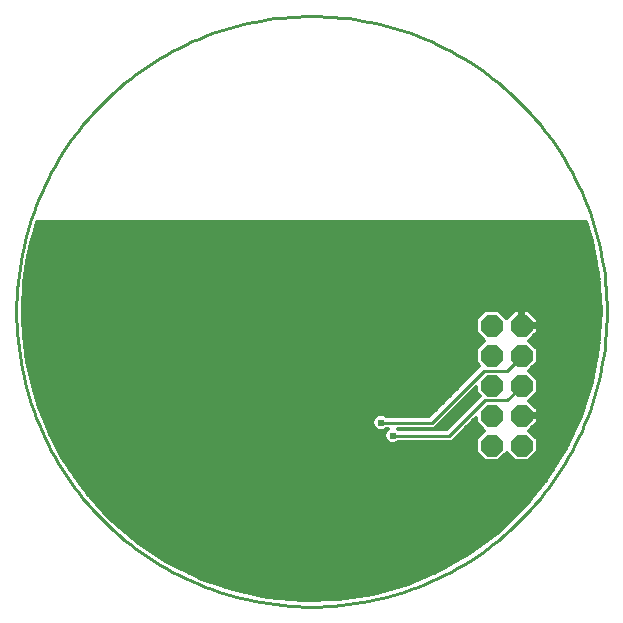
<source format=gbl>
G75*
%MOIN*%
%OFA0B0*%
%FSLAX25Y25*%
%IPPOS*%
%LPD*%
%AMOC8*
5,1,8,0,0,1.08239X$1,22.5*
%
%ADD10C,0.01000*%
%ADD11OC8,0.07400*%
%ADD12C,0.01181*%
%ADD13C,0.02381*%
D10*
X0001500Y0099916D02*
X0001530Y0102331D01*
X0001619Y0104745D01*
X0001767Y0107156D01*
X0001974Y0109562D01*
X0002240Y0111963D01*
X0002565Y0114357D01*
X0002949Y0116741D01*
X0003391Y0119116D01*
X0003891Y0121479D01*
X0004449Y0123829D01*
X0005065Y0126165D01*
X0005738Y0128485D01*
X0006467Y0130787D01*
X0007253Y0133071D01*
X0008095Y0135335D01*
X0008991Y0137578D01*
X0009943Y0139798D01*
X0010949Y0141994D01*
X0012008Y0144165D01*
X0013121Y0146309D01*
X0014286Y0148425D01*
X0015502Y0150512D01*
X0016769Y0152568D01*
X0018086Y0154593D01*
X0019453Y0156585D01*
X0020868Y0158542D01*
X0022330Y0160465D01*
X0023839Y0162350D01*
X0025395Y0164199D01*
X0026995Y0166008D01*
X0028638Y0167778D01*
X0030325Y0169507D01*
X0032054Y0171194D01*
X0033824Y0172837D01*
X0035633Y0174437D01*
X0037482Y0175993D01*
X0039367Y0177502D01*
X0041290Y0178964D01*
X0043247Y0180379D01*
X0045239Y0181746D01*
X0047264Y0183063D01*
X0049320Y0184330D01*
X0051407Y0185546D01*
X0053523Y0186711D01*
X0055667Y0187824D01*
X0057838Y0188883D01*
X0060034Y0189889D01*
X0062254Y0190841D01*
X0064497Y0191737D01*
X0066761Y0192579D01*
X0069045Y0193365D01*
X0071347Y0194094D01*
X0073667Y0194767D01*
X0076003Y0195383D01*
X0078353Y0195941D01*
X0080716Y0196441D01*
X0083091Y0196883D01*
X0085475Y0197267D01*
X0087869Y0197592D01*
X0090270Y0197858D01*
X0092676Y0198065D01*
X0095087Y0198213D01*
X0097501Y0198302D01*
X0099916Y0198332D01*
X0102331Y0198302D01*
X0104745Y0198213D01*
X0107156Y0198065D01*
X0109562Y0197858D01*
X0111963Y0197592D01*
X0114357Y0197267D01*
X0116741Y0196883D01*
X0119116Y0196441D01*
X0121479Y0195941D01*
X0123829Y0195383D01*
X0126165Y0194767D01*
X0128485Y0194094D01*
X0130787Y0193365D01*
X0133071Y0192579D01*
X0135335Y0191737D01*
X0137578Y0190841D01*
X0139798Y0189889D01*
X0141994Y0188883D01*
X0144165Y0187824D01*
X0146309Y0186711D01*
X0148425Y0185546D01*
X0150512Y0184330D01*
X0152568Y0183063D01*
X0154593Y0181746D01*
X0156585Y0180379D01*
X0158542Y0178964D01*
X0160465Y0177502D01*
X0162350Y0175993D01*
X0164199Y0174437D01*
X0166008Y0172837D01*
X0167778Y0171194D01*
X0169507Y0169507D01*
X0171194Y0167778D01*
X0172837Y0166008D01*
X0174437Y0164199D01*
X0175993Y0162350D01*
X0177502Y0160465D01*
X0178964Y0158542D01*
X0180379Y0156585D01*
X0181746Y0154593D01*
X0183063Y0152568D01*
X0184330Y0150512D01*
X0185546Y0148425D01*
X0186711Y0146309D01*
X0187824Y0144165D01*
X0188883Y0141994D01*
X0189889Y0139798D01*
X0190841Y0137578D01*
X0191737Y0135335D01*
X0192579Y0133071D01*
X0193365Y0130787D01*
X0194094Y0128485D01*
X0194767Y0126165D01*
X0195383Y0123829D01*
X0195941Y0121479D01*
X0196441Y0119116D01*
X0196883Y0116741D01*
X0197267Y0114357D01*
X0197592Y0111963D01*
X0197858Y0109562D01*
X0198065Y0107156D01*
X0198213Y0104745D01*
X0198302Y0102331D01*
X0198332Y0099916D01*
X0198302Y0097501D01*
X0198213Y0095087D01*
X0198065Y0092676D01*
X0197858Y0090270D01*
X0197592Y0087869D01*
X0197267Y0085475D01*
X0196883Y0083091D01*
X0196441Y0080716D01*
X0195941Y0078353D01*
X0195383Y0076003D01*
X0194767Y0073667D01*
X0194094Y0071347D01*
X0193365Y0069045D01*
X0192579Y0066761D01*
X0191737Y0064497D01*
X0190841Y0062254D01*
X0189889Y0060034D01*
X0188883Y0057838D01*
X0187824Y0055667D01*
X0186711Y0053523D01*
X0185546Y0051407D01*
X0184330Y0049320D01*
X0183063Y0047264D01*
X0181746Y0045239D01*
X0180379Y0043247D01*
X0178964Y0041290D01*
X0177502Y0039367D01*
X0175993Y0037482D01*
X0174437Y0035633D01*
X0172837Y0033824D01*
X0171194Y0032054D01*
X0169507Y0030325D01*
X0167778Y0028638D01*
X0166008Y0026995D01*
X0164199Y0025395D01*
X0162350Y0023839D01*
X0160465Y0022330D01*
X0158542Y0020868D01*
X0156585Y0019453D01*
X0154593Y0018086D01*
X0152568Y0016769D01*
X0150512Y0015502D01*
X0148425Y0014286D01*
X0146309Y0013121D01*
X0144165Y0012008D01*
X0141994Y0010949D01*
X0139798Y0009943D01*
X0137578Y0008991D01*
X0135335Y0008095D01*
X0133071Y0007253D01*
X0130787Y0006467D01*
X0128485Y0005738D01*
X0126165Y0005065D01*
X0123829Y0004449D01*
X0121479Y0003891D01*
X0119116Y0003391D01*
X0116741Y0002949D01*
X0114357Y0002565D01*
X0111963Y0002240D01*
X0109562Y0001974D01*
X0107156Y0001767D01*
X0104745Y0001619D01*
X0102331Y0001530D01*
X0099916Y0001500D01*
X0097501Y0001530D01*
X0095087Y0001619D01*
X0092676Y0001767D01*
X0090270Y0001974D01*
X0087869Y0002240D01*
X0085475Y0002565D01*
X0083091Y0002949D01*
X0080716Y0003391D01*
X0078353Y0003891D01*
X0076003Y0004449D01*
X0073667Y0005065D01*
X0071347Y0005738D01*
X0069045Y0006467D01*
X0066761Y0007253D01*
X0064497Y0008095D01*
X0062254Y0008991D01*
X0060034Y0009943D01*
X0057838Y0010949D01*
X0055667Y0012008D01*
X0053523Y0013121D01*
X0051407Y0014286D01*
X0049320Y0015502D01*
X0047264Y0016769D01*
X0045239Y0018086D01*
X0043247Y0019453D01*
X0041290Y0020868D01*
X0039367Y0022330D01*
X0037482Y0023839D01*
X0035633Y0025395D01*
X0033824Y0026995D01*
X0032054Y0028638D01*
X0030325Y0030325D01*
X0028638Y0032054D01*
X0026995Y0033824D01*
X0025395Y0035633D01*
X0023839Y0037482D01*
X0022330Y0039367D01*
X0020868Y0041290D01*
X0019453Y0043247D01*
X0018086Y0045239D01*
X0016769Y0047264D01*
X0015502Y0049320D01*
X0014286Y0051407D01*
X0013121Y0053523D01*
X0012008Y0055667D01*
X0010949Y0057838D01*
X0009943Y0060034D01*
X0008991Y0062254D01*
X0008095Y0064497D01*
X0007253Y0066761D01*
X0006467Y0069045D01*
X0005738Y0071347D01*
X0005065Y0073667D01*
X0004449Y0076003D01*
X0003891Y0078353D01*
X0003391Y0080716D01*
X0002949Y0083091D01*
X0002565Y0085475D01*
X0002240Y0087869D01*
X0001974Y0090270D01*
X0001767Y0092676D01*
X0001619Y0095087D01*
X0001530Y0097501D01*
X0001500Y0099916D01*
X0122991Y0062861D02*
X0139920Y0062861D01*
X0157243Y0080184D01*
X0164932Y0080184D01*
X0169936Y0085188D01*
X0169936Y0075188D02*
X0165089Y0070341D01*
X0157637Y0070341D01*
X0145826Y0058530D01*
X0126928Y0058530D01*
D11*
X0159936Y0055188D03*
X0159936Y0065188D03*
X0159936Y0075188D03*
X0159936Y0085188D03*
X0159936Y0095188D03*
X0169936Y0095188D03*
X0169936Y0085188D03*
X0169936Y0075188D03*
X0169936Y0065188D03*
X0169936Y0055188D03*
D12*
X0032487Y0031172D02*
X0025641Y0038682D01*
X0023419Y0041578D01*
X0019558Y0047033D01*
X0017192Y0050746D01*
X0013784Y0057092D01*
X0012737Y0059104D01*
X0010952Y0063413D01*
X0009110Y0068167D01*
X0007399Y0073594D01*
X0006365Y0077706D01*
X0005165Y0083119D01*
X0004390Y0089009D01*
X0004056Y0091702D01*
X0003773Y0098181D01*
X0003773Y0101557D01*
X0004063Y0108182D01*
X0004193Y0109234D01*
X0005165Y0116618D01*
X0006542Y0122828D01*
X0007282Y0125771D01*
X0008511Y0129668D01*
X0191342Y0129668D01*
X0193332Y0123411D01*
X0195512Y0111753D01*
X0196242Y0099916D01*
X0195512Y0088079D01*
X0195512Y0088079D01*
X0193332Y0076421D01*
X0189737Y0065119D01*
X0184780Y0054345D01*
X0178537Y0044262D01*
X0171102Y0035022D01*
X0171102Y0035022D01*
X0162587Y0026766D01*
X0153123Y0019619D01*
X0142852Y0013689D01*
X0131930Y0009066D01*
X0120523Y0005821D01*
X0108804Y0004001D01*
X0096950Y0003636D01*
X0085141Y0004731D01*
X0073555Y0007268D01*
X0062476Y0011172D01*
X0062292Y0011248D01*
X0051753Y0016496D01*
X0042668Y0022516D01*
X0040929Y0023850D01*
X0033992Y0029794D01*
X0032487Y0031172D01*
X0031976Y0031733D02*
X0167710Y0031733D01*
X0166493Y0030554D02*
X0033162Y0030554D01*
X0034482Y0029374D02*
X0165277Y0029374D01*
X0164060Y0028194D02*
X0035858Y0028194D01*
X0037235Y0027015D02*
X0162844Y0027015D01*
X0161355Y0025835D02*
X0038612Y0025835D01*
X0039989Y0024656D02*
X0159793Y0024656D01*
X0158231Y0023476D02*
X0041417Y0023476D01*
X0042999Y0022296D02*
X0156669Y0022296D01*
X0155106Y0021117D02*
X0044779Y0021117D01*
X0046560Y0019937D02*
X0153544Y0019937D01*
X0151631Y0018758D02*
X0048340Y0018758D01*
X0050120Y0017578D02*
X0149588Y0017578D01*
X0147545Y0016398D02*
X0051949Y0016398D01*
X0054318Y0015219D02*
X0145502Y0015219D01*
X0143458Y0014039D02*
X0056687Y0014039D01*
X0059056Y0012859D02*
X0140892Y0012859D01*
X0138105Y0011680D02*
X0061425Y0011680D01*
X0064382Y0010500D02*
X0135318Y0010500D01*
X0132531Y0009321D02*
X0067730Y0009321D01*
X0071077Y0008141D02*
X0128679Y0008141D01*
X0124533Y0006961D02*
X0074954Y0006961D01*
X0080340Y0005782D02*
X0120273Y0005782D01*
X0112674Y0004602D02*
X0086525Y0004602D01*
X0125353Y0056173D02*
X0126375Y0055749D01*
X0127481Y0055749D01*
X0128503Y0056173D01*
X0128770Y0056440D01*
X0146691Y0056440D01*
X0154645Y0064393D01*
X0154645Y0062996D01*
X0157454Y0060188D01*
X0154645Y0057379D01*
X0154645Y0052996D01*
X0157744Y0049897D01*
X0162127Y0049897D01*
X0164936Y0052706D01*
X0167744Y0049897D01*
X0172127Y0049897D01*
X0175226Y0052996D01*
X0175226Y0057379D01*
X0172418Y0060188D01*
X0175226Y0062996D01*
X0175226Y0064778D01*
X0170345Y0064778D01*
X0170345Y0065597D01*
X0175226Y0065597D01*
X0175226Y0067379D01*
X0172418Y0070188D01*
X0175226Y0072996D01*
X0175226Y0077379D01*
X0172418Y0080188D01*
X0175226Y0082996D01*
X0175226Y0087379D01*
X0172418Y0090188D01*
X0175226Y0092996D01*
X0175226Y0094778D01*
X0170345Y0094778D01*
X0170345Y0095597D01*
X0175226Y0095597D01*
X0175226Y0097379D01*
X0172127Y0100478D01*
X0170345Y0100478D01*
X0170345Y0095597D01*
X0169526Y0095597D01*
X0169526Y0100478D01*
X0167744Y0100478D01*
X0164936Y0097670D01*
X0162127Y0100478D01*
X0157744Y0100478D01*
X0154645Y0097379D01*
X0154645Y0092996D01*
X0157454Y0090188D01*
X0154645Y0087379D01*
X0154645Y0082996D01*
X0155872Y0081769D01*
X0155152Y0081050D01*
X0139054Y0064952D01*
X0124833Y0064952D01*
X0124566Y0065219D01*
X0123544Y0065642D01*
X0122438Y0065642D01*
X0121416Y0065219D01*
X0120633Y0064436D01*
X0120210Y0063414D01*
X0120210Y0062308D01*
X0120633Y0061286D01*
X0121416Y0060503D01*
X0122438Y0060080D01*
X0123544Y0060080D01*
X0124566Y0060503D01*
X0124833Y0060770D01*
X0125235Y0060770D01*
X0124570Y0060106D01*
X0124147Y0059083D01*
X0124147Y0057977D01*
X0124570Y0056955D01*
X0125353Y0056173D01*
X0125020Y0056505D02*
X0014100Y0056505D01*
X0013476Y0057685D02*
X0124268Y0057685D01*
X0124147Y0058864D02*
X0012862Y0058864D01*
X0012348Y0060044D02*
X0124545Y0060044D01*
X0120695Y0061224D02*
X0011859Y0061224D01*
X0011370Y0062403D02*
X0120210Y0062403D01*
X0120280Y0063583D02*
X0010886Y0063583D01*
X0010429Y0064762D02*
X0120959Y0064762D01*
X0128621Y0060770D02*
X0128770Y0060621D01*
X0144960Y0060621D01*
X0155546Y0071207D01*
X0155990Y0071651D01*
X0154645Y0072996D01*
X0154645Y0074630D01*
X0140786Y0060770D01*
X0128621Y0060770D01*
X0140045Y0065942D02*
X0009972Y0065942D01*
X0009515Y0067122D02*
X0141224Y0067122D01*
X0142404Y0068301D02*
X0009068Y0068301D01*
X0008696Y0069481D02*
X0143584Y0069481D01*
X0144763Y0070661D02*
X0008324Y0070661D01*
X0007952Y0071840D02*
X0145943Y0071840D01*
X0147122Y0073020D02*
X0007580Y0073020D01*
X0007247Y0074199D02*
X0148302Y0074199D01*
X0149482Y0075379D02*
X0006950Y0075379D01*
X0006654Y0076559D02*
X0150661Y0076559D01*
X0151841Y0077738D02*
X0006358Y0077738D01*
X0006096Y0078918D02*
X0153020Y0078918D01*
X0154200Y0080097D02*
X0005835Y0080097D01*
X0005573Y0081277D02*
X0155380Y0081277D01*
X0155185Y0082457D02*
X0005312Y0082457D01*
X0005097Y0083636D02*
X0154645Y0083636D01*
X0154645Y0084816D02*
X0004942Y0084816D01*
X0004786Y0085996D02*
X0154645Y0085996D01*
X0154645Y0087175D02*
X0004631Y0087175D01*
X0004476Y0088355D02*
X0155621Y0088355D01*
X0156800Y0089534D02*
X0004324Y0089534D01*
X0004178Y0090714D02*
X0156928Y0090714D01*
X0155748Y0091894D02*
X0004048Y0091894D01*
X0003996Y0093073D02*
X0154645Y0093073D01*
X0154645Y0094253D02*
X0003945Y0094253D01*
X0003893Y0095432D02*
X0154645Y0095432D01*
X0154645Y0096612D02*
X0003842Y0096612D01*
X0003790Y0097792D02*
X0155058Y0097792D01*
X0156237Y0098971D02*
X0003773Y0098971D01*
X0003773Y0100151D02*
X0157417Y0100151D01*
X0162455Y0100151D02*
X0167417Y0100151D01*
X0166237Y0098971D02*
X0163634Y0098971D01*
X0164814Y0097792D02*
X0165058Y0097792D01*
X0169526Y0097792D02*
X0170345Y0097792D01*
X0170345Y0098971D02*
X0169526Y0098971D01*
X0169526Y0100151D02*
X0170345Y0100151D01*
X0172455Y0100151D02*
X0196227Y0100151D01*
X0196183Y0098971D02*
X0173634Y0098971D01*
X0174814Y0097792D02*
X0196111Y0097792D01*
X0196038Y0096612D02*
X0175226Y0096612D01*
X0175226Y0094253D02*
X0195892Y0094253D01*
X0195965Y0095432D02*
X0170345Y0095432D01*
X0170345Y0096612D02*
X0169526Y0096612D01*
X0174124Y0091894D02*
X0195747Y0091894D01*
X0195820Y0093073D02*
X0175226Y0093073D01*
X0172944Y0090714D02*
X0195674Y0090714D01*
X0195601Y0089534D02*
X0173071Y0089534D01*
X0174251Y0088355D02*
X0195529Y0088355D01*
X0195343Y0087175D02*
X0175226Y0087175D01*
X0175226Y0085996D02*
X0195122Y0085996D01*
X0194902Y0084816D02*
X0175226Y0084816D01*
X0175226Y0083636D02*
X0194681Y0083636D01*
X0194461Y0082457D02*
X0174687Y0082457D01*
X0173507Y0081277D02*
X0194240Y0081277D01*
X0194020Y0080097D02*
X0172508Y0080097D01*
X0173688Y0078918D02*
X0193799Y0078918D01*
X0193579Y0077738D02*
X0174867Y0077738D01*
X0175226Y0076559D02*
X0193358Y0076559D01*
X0193001Y0075379D02*
X0175226Y0075379D01*
X0175226Y0074199D02*
X0192626Y0074199D01*
X0192250Y0073020D02*
X0175226Y0073020D01*
X0174070Y0071840D02*
X0191875Y0071840D01*
X0191500Y0070661D02*
X0172891Y0070661D01*
X0173125Y0069481D02*
X0191125Y0069481D01*
X0190749Y0068301D02*
X0174304Y0068301D01*
X0175226Y0067122D02*
X0190374Y0067122D01*
X0189999Y0065942D02*
X0175226Y0065942D01*
X0175226Y0064762D02*
X0189573Y0064762D01*
X0189030Y0063583D02*
X0175226Y0063583D01*
X0174633Y0062403D02*
X0188487Y0062403D01*
X0187945Y0061224D02*
X0173454Y0061224D01*
X0172561Y0060044D02*
X0187402Y0060044D01*
X0186859Y0058864D02*
X0173741Y0058864D01*
X0174921Y0057685D02*
X0186317Y0057685D01*
X0185774Y0056505D02*
X0175226Y0056505D01*
X0175226Y0055326D02*
X0185231Y0055326D01*
X0184657Y0054146D02*
X0175226Y0054146D01*
X0175196Y0052966D02*
X0183926Y0052966D01*
X0183196Y0051787D02*
X0174017Y0051787D01*
X0172837Y0050607D02*
X0182466Y0050607D01*
X0181735Y0049427D02*
X0018032Y0049427D01*
X0018784Y0048248D02*
X0181005Y0048248D01*
X0180274Y0047068D02*
X0019535Y0047068D01*
X0020368Y0045889D02*
X0179544Y0045889D01*
X0178814Y0044709D02*
X0021203Y0044709D01*
X0022038Y0043529D02*
X0177947Y0043529D01*
X0176998Y0042350D02*
X0022873Y0042350D01*
X0023732Y0041170D02*
X0176049Y0041170D01*
X0175100Y0039991D02*
X0024637Y0039991D01*
X0025542Y0038811D02*
X0174151Y0038811D01*
X0173201Y0037631D02*
X0026599Y0037631D01*
X0027674Y0036452D02*
X0172252Y0036452D01*
X0171303Y0035272D02*
X0028750Y0035272D01*
X0029825Y0034093D02*
X0170143Y0034093D01*
X0168926Y0032913D02*
X0030901Y0032913D01*
X0017281Y0050607D02*
X0157034Y0050607D01*
X0155855Y0051787D02*
X0016633Y0051787D01*
X0016000Y0052966D02*
X0154675Y0052966D01*
X0154645Y0054146D02*
X0015366Y0054146D01*
X0014733Y0055326D02*
X0154645Y0055326D01*
X0154645Y0056505D02*
X0146757Y0056505D01*
X0147937Y0057685D02*
X0154951Y0057685D01*
X0156130Y0058864D02*
X0149116Y0058864D01*
X0150296Y0060044D02*
X0157310Y0060044D01*
X0156418Y0061224D02*
X0151475Y0061224D01*
X0152655Y0062403D02*
X0155238Y0062403D01*
X0154645Y0063583D02*
X0153835Y0063583D01*
X0150281Y0065942D02*
X0145958Y0065942D01*
X0147137Y0067122D02*
X0151460Y0067122D01*
X0152640Y0068301D02*
X0148317Y0068301D01*
X0149496Y0069481D02*
X0153820Y0069481D01*
X0154999Y0070661D02*
X0150676Y0070661D01*
X0151856Y0071840D02*
X0155801Y0071840D01*
X0154645Y0073020D02*
X0153035Y0073020D01*
X0154215Y0074199D02*
X0154645Y0074199D01*
X0149101Y0064762D02*
X0144778Y0064762D01*
X0143598Y0063583D02*
X0147922Y0063583D01*
X0146742Y0062403D02*
X0142419Y0062403D01*
X0141239Y0061224D02*
X0145562Y0061224D01*
X0162837Y0050607D02*
X0167034Y0050607D01*
X0165855Y0051787D02*
X0164017Y0051787D01*
X0196154Y0101330D02*
X0003773Y0101330D01*
X0003815Y0102510D02*
X0196082Y0102510D01*
X0196009Y0103690D02*
X0003866Y0103690D01*
X0003918Y0104869D02*
X0195936Y0104869D01*
X0195863Y0106049D02*
X0003969Y0106049D01*
X0004021Y0107229D02*
X0195791Y0107229D01*
X0195718Y0108408D02*
X0004091Y0108408D01*
X0004239Y0109588D02*
X0195645Y0109588D01*
X0195572Y0110767D02*
X0004395Y0110767D01*
X0004550Y0111947D02*
X0195475Y0111947D01*
X0195255Y0113127D02*
X0004705Y0113127D01*
X0004861Y0114306D02*
X0195034Y0114306D01*
X0194814Y0115486D02*
X0005016Y0115486D01*
X0005175Y0116665D02*
X0194593Y0116665D01*
X0194373Y0117845D02*
X0005437Y0117845D01*
X0005698Y0119025D02*
X0194152Y0119025D01*
X0193932Y0120204D02*
X0005960Y0120204D01*
X0006221Y0121384D02*
X0193711Y0121384D01*
X0193491Y0122564D02*
X0006483Y0122564D01*
X0006772Y0123743D02*
X0193227Y0123743D01*
X0192851Y0124923D02*
X0007068Y0124923D01*
X0007386Y0126102D02*
X0192476Y0126102D01*
X0192101Y0127282D02*
X0007758Y0127282D01*
X0008130Y0128462D02*
X0191726Y0128462D01*
X0191350Y0129641D02*
X0008502Y0129641D01*
D13*
X0012915Y0124080D03*
X0017315Y0128092D03*
X0019715Y0119680D03*
X0010515Y0118080D03*
X0008915Y0108480D03*
X0008515Y0098480D03*
X0009315Y0088880D03*
X0010915Y0079280D03*
X0018515Y0077280D03*
X0025715Y0072480D03*
X0027715Y0067280D03*
X0020915Y0066880D03*
X0016915Y0061280D03*
X0025315Y0058480D03*
X0021315Y0052880D03*
X0026915Y0044880D03*
X0030915Y0050880D03*
X0036515Y0045680D03*
X0041315Y0052880D03*
X0035315Y0058880D03*
X0035315Y0064880D03*
X0026115Y0077680D03*
X0026115Y0082080D03*
X0026515Y0086880D03*
X0026915Y0090480D03*
X0027315Y0094080D03*
X0028115Y0098080D03*
X0029125Y0102080D03*
X0030922Y0106677D03*
X0033125Y0111274D03*
X0036718Y0115470D03*
X0040515Y0118874D03*
X0044515Y0122074D03*
X0048522Y0124277D03*
X0052915Y0125680D03*
X0057315Y0127083D03*
X0061918Y0127489D03*
X0066928Y0127692D03*
X0072515Y0127889D03*
X0077715Y0127889D03*
X0082915Y0128086D03*
X0088115Y0128283D03*
X0092915Y0128480D03*
X0101403Y0120563D03*
X0098427Y0118595D03*
X0094884Y0117611D03*
X0090159Y0117286D03*
X0090871Y0112214D03*
X0085114Y0110593D03*
X0079996Y0112759D03*
X0076255Y0117089D03*
X0079684Y0117286D03*
X0072515Y0117286D03*
X0068115Y0117680D03*
X0063315Y0117280D03*
X0059315Y0116480D03*
X0054725Y0115274D03*
X0050331Y0113070D03*
X0046928Y0110467D03*
X0043925Y0107267D03*
X0040934Y0103070D03*
X0038731Y0099661D03*
X0037918Y0095655D03*
X0037873Y0091952D03*
X0037512Y0088092D03*
X0039315Y0084480D03*
X0039315Y0078880D03*
X0044915Y0078480D03*
X0050915Y0078480D03*
X0057315Y0078880D03*
X0055315Y0086880D03*
X0059715Y0094480D03*
X0052153Y0095196D03*
X0059437Y0102086D03*
X0063715Y0108480D03*
X0068115Y0100480D03*
X0075715Y0094880D03*
X0075715Y0089280D03*
X0069715Y0086080D03*
X0064115Y0078880D03*
X0061315Y0065280D03*
X0060515Y0059280D03*
X0067315Y0058880D03*
X0073315Y0054880D03*
X0065715Y0048880D03*
X0072915Y0042080D03*
X0065315Y0034080D03*
X0068515Y0023680D03*
X0070115Y0013680D03*
X0078515Y0022080D03*
X0078115Y0032080D03*
X0088115Y0037680D03*
X0092515Y0032080D03*
X0102515Y0026880D03*
X0106915Y0019680D03*
X0111315Y0026880D03*
X0121315Y0027280D03*
X0120115Y0019680D03*
X0120115Y0011680D03*
X0131315Y0014480D03*
X0130515Y0022480D03*
X0134515Y0027680D03*
X0142915Y0027280D03*
X0141315Y0019680D03*
X0150915Y0024480D03*
X0159715Y0031680D03*
X0167715Y0038880D03*
X0173715Y0046880D03*
X0180115Y0056480D03*
X0184515Y0066480D03*
X0187715Y0076480D03*
X0189715Y0085680D03*
X0190915Y0095280D03*
X0191315Y0105680D03*
X0190115Y0114480D03*
X0188115Y0121680D03*
X0185715Y0127280D03*
X0176515Y0127280D03*
X0167315Y0127280D03*
X0157715Y0127280D03*
X0149315Y0127280D03*
X0140515Y0127280D03*
X0132115Y0127280D03*
X0123315Y0127280D03*
X0115315Y0127280D03*
X0110459Y0127326D03*
X0105537Y0127477D03*
X0104159Y0123661D03*
X0110199Y0116976D03*
X0119715Y0116880D03*
X0127715Y0116880D03*
X0136515Y0116880D03*
X0144915Y0116880D03*
X0153715Y0116880D03*
X0162115Y0116880D03*
X0171715Y0116880D03*
X0180915Y0116880D03*
X0176915Y0106480D03*
X0167715Y0106480D03*
X0158115Y0106480D03*
X0149715Y0106480D03*
X0140915Y0106480D03*
X0132515Y0106480D03*
X0132115Y0098080D03*
X0127315Y0092080D03*
X0123715Y0098080D03*
X0123715Y0106480D03*
X0115715Y0106480D03*
X0107715Y0101280D03*
X0100515Y0095280D03*
X0096115Y0102080D03*
X0090997Y0106214D03*
X0082915Y0101680D03*
X0090115Y0094880D03*
X0090115Y0088480D03*
X0096115Y0081680D03*
X0116515Y0079680D03*
X0121315Y0084080D03*
X0132915Y0070080D03*
X0138915Y0080080D03*
X0144115Y0090080D03*
X0152515Y0090080D03*
X0151715Y0080480D03*
X0152915Y0070480D03*
X0144115Y0062080D03*
X0152915Y0060080D03*
X0153315Y0050480D03*
X0151715Y0045280D03*
X0147715Y0040880D03*
X0143715Y0045280D03*
X0146515Y0050480D03*
X0140115Y0050480D03*
X0134115Y0051280D03*
X0135315Y0045680D03*
X0134515Y0039680D03*
X0141315Y0039680D03*
X0128115Y0045680D03*
X0122115Y0045680D03*
X0116115Y0045680D03*
X0128115Y0052080D03*
X0126928Y0058530D03*
X0122991Y0062861D03*
X0095715Y0060880D03*
X0095715Y0056880D03*
X0095715Y0052880D03*
X0095715Y0048880D03*
X0082515Y0050080D03*
X0083315Y0043280D03*
X0092515Y0020480D03*
X0082115Y0010480D03*
X0094915Y0008880D03*
X0107715Y0009680D03*
X0059315Y0018480D03*
X0050115Y0024080D03*
X0052115Y0033680D03*
X0044915Y0042080D03*
X0054515Y0052080D03*
X0048515Y0052880D03*
X0048115Y0058880D03*
X0048115Y0064880D03*
X0045715Y0086880D03*
X0044959Y0097070D03*
X0051956Y0104842D03*
X0028915Y0118880D03*
X0027315Y0127896D03*
X0036522Y0127896D03*
X0045328Y0128092D03*
X0019715Y0108480D03*
X0018115Y0097680D03*
X0018115Y0087680D03*
X0013315Y0070480D03*
X0033315Y0037280D03*
X0040915Y0030080D03*
X0056515Y0042480D03*
X0074515Y0108080D03*
X0102624Y0110677D03*
M02*

</source>
